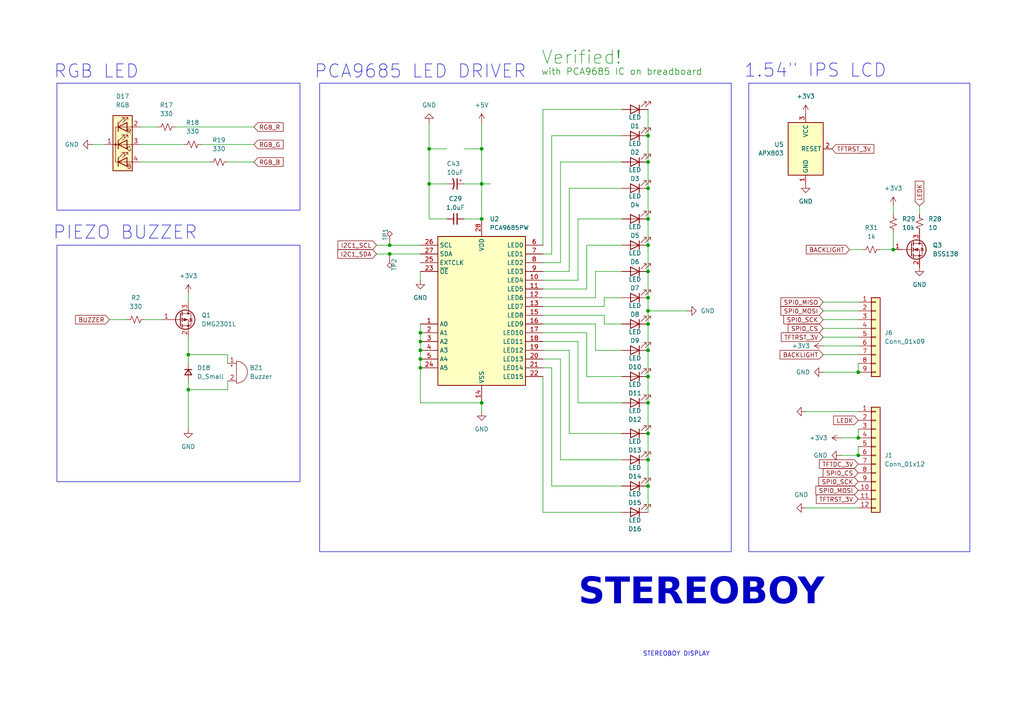
<source format=kicad_sch>
(kicad_sch (version 20250114) (generator "eeschema") (generator_version "9.0")
  (paper "A4")
  (lib_symbols
    (symbol "1.0uF_0805_25V_10%_1" (pin_numbers (hide yes)) (pin_names (offset 0.254))
      (property "Reference" "C" (at 0.635 2.54 0))
      (property "Value" "1.0uF" (at 0.635 -2.54 0))
      (property "Voltage" "25V" (at 0 -6.35 0))
      (property "Tolerance" "10%" (at 0 -8.89 0))
      (symbol "1.0uF_0805_25V_10%_1_0_1"
        (polyline (pts (xy -1.524 0.508) (xy 1.524 0.508)) (stroke (width 0.3048)))
        (polyline (pts (xy -1.524 -0.508) (xy 1.524 -0.508)) (stroke (width 0.3302)))
      )
      (symbol "1.0uF_0805_25V_10%_1_1_1"
        (pin passive line (at 0 2.54 270) (length 2.032) (name "~") (number "1"))
        (pin passive line (at 0 -2.54 90) (length 2.032) (name "~") (number "2"))
      )
    )
    (symbol "Connector:TestPoint_Alt" (pin_numbers (hide yes)) (pin_names (offset 0.762) (hide yes))
      (property "Reference" "TP" (at 0 6.858 0))
      (property "Value" "TestPoint_Alt" (at 0 5.08 0))
      (symbol "TestPoint_Alt_0_1"
        (polyline (pts (xy 0 2.54) (xy -0.762 3.302) (xy 0 4.064) (xy 0.762 3.302) (xy 0 2.54)))
      )
      (symbol "TestPoint_Alt_1_1"
        (pin passive line (at 0 0 90) (length 2.54) (name "1") (number "1"))
      )
    )
    (symbol "Device:Buzzer" (pin_names (offset 0.0254) (hide yes))
      (property "Reference" "BZ" (at 3.81 1.27 0))
      (property "Value" "Buzzer" (at 3.81 -1.27 0))
      (symbol "Buzzer_0_1"
        (polyline (pts (xy -1.651 1.905) (xy -1.143 1.905)))
        (polyline (pts (xy -1.397 2.159) (xy -1.397 1.651)))
        (arc (start 0 3.175) (mid 3.1612 0) (end 0 -3.175))
        (polyline (pts (xy 0 3.175) (xy 0 -3.175)))
      )
      (symbol "Buzzer_1_1"
        (pin passive line (at -2.54 2.54 0) (length 2.54) (name "+") (number "1"))
        (pin passive line (at -2.54 -2.54 0) (length 2.54) (name "-") (number "2"))
      )
    )
    (symbol "Device:D_Small" (pin_numbers (hide yes)) (pin_names (offset 0.254) (hide yes))
      (property "Reference" "D" (at -1.27 2.032 0))
      (property "Value" "D_Small" (at -3.81 -2.032 0))
      (symbol "D_Small_0_1"
        (polyline (pts (xy -0.762 0) (xy 0.762 0)))
        (polyline (pts (xy -0.762 -1.016) (xy -0.762 1.016)) (stroke (width 0.254)))
        (polyline (pts (xy 0.762 -1.016) (xy -0.762 0) (xy 0.762 1.016) (xy 0.762 -1.016)) (stroke (width 0.254)))
      )
      (symbol "D_Small_1_1"
        (pin passive line (at -2.54 0 0) (length 1.778) (name "K") (number "1"))
        (pin passive line (at 2.54 0 180) (length 1.778) (name "A") (number "2"))
      )
    )
    (symbol "Device:LED_KRGB" (pin_names (offset 0) (hide yes))
      (property "Reference" "D" (at 0 9.398 0))
      (property "Value" "LED_KRGB" (at 0 -8.89 0))
      (symbol "LED_KRGB_0_0"
        (text "R" (at 1.905 3.81 0) (effects (font (size 1.27 1.27))))
        (text "G" (at 1.905 -1.27 0) (effects (font (size 1.27 1.27))))
        (text "B" (at 1.905 -6.35 0) (effects (font (size 1.27 1.27))))
      )
      (symbol "LED_KRGB_0_1"
        (circle (center -2.032 0) (radius 0.254) (fill (type outline)))
        (polyline (pts (xy -1.27 6.35) (xy -1.27 3.81)) (stroke (width 0.254)))
        (polyline (pts (xy -1.27 6.35) (xy -1.27 3.81) (xy -1.27 3.81)))
        (polyline (pts (xy -1.27 5.08) (xy 1.27 5.08)))
        (polyline (pts (xy -1.27 5.08) (xy -2.032 5.08) (xy -2.032 -5.08) (xy -1.016 -5.08)))
        (polyline (pts (xy -1.27 1.27) (xy -1.27 -1.27)) (stroke (width 0.254)))
        (polyline (pts (xy -1.27 1.27) (xy -1.27 -1.27) (xy -1.27 -1.27)))
        (polyline (pts (xy -1.27 0) (xy -2.54 0)))
        (polyline (pts (xy -1.27 -3.81) (xy -1.27 -6.35)) (stroke (width 0.254)))
        (polyline (pts (xy -1.27 -5.08) (xy 1.27 -5.08)))
        (polyline (pts (xy -1.016 6.35) (xy 0.508 7.874) (xy -0.254 7.874) (xy 0.508 7.874) (xy 0.508 7.112)))
        (polyline (pts (xy -1.016 1.27) (xy 0.508 2.794) (xy -0.254 2.794) (xy 0.508 2.794) (xy 0.508 2.032)))
        (polyline (pts (xy -1.016 -3.81) (xy 0.508 -2.286) (xy -0.254 -2.286) (xy 0.508 -2.286) (xy 0.508 -3.048)))
        (polyline (pts (xy 0 6.35) (xy 1.524 7.874) (xy 0.762 7.874) (xy 1.524 7.874) (xy 1.524 7.112)))
        (polyline (pts (xy 0 1.27) (xy 1.524 2.794) (xy 0.762 2.794) (xy 1.524 2.794) (xy 1.524 2.032)))
        (polyline (pts (xy 0 -3.81) (xy 1.524 -2.286) (xy 0.762 -2.286) (xy 1.524 -2.286) (xy 1.524 -3.048)))
        (polyline (pts (xy 1.27 6.35) (xy 1.27 3.81) (xy -1.27 5.08) (xy 1.27 6.35)) (stroke (width 0.254)))
        (rectangle (start 1.27 6.35) (end 1.27 6.35))
        (polyline (pts (xy 1.27 5.08) (xy 2.54 5.08)))
        (rectangle (start 1.27 3.81) (end 1.27 6.35))
        (polyline (pts (xy 1.27 1.27) (xy 1.27 -1.27) (xy -1.27 0) (xy 1.27 1.27)) (stroke (width 0.254)))
        (rectangle (start 1.27 1.27) (end 1.27 1.27))
        (polyline (pts (xy 1.27 0) (xy -1.27 0)))
        (polyline (pts (xy 1.27 0) (xy 2.54 0)))
        (rectangle (start 1.27 -1.27) (end 1.27 1.27))
        (polyline (pts (xy 1.27 -3.81) (xy 1.27 -6.35) (xy -1.27 -5.08) (xy 1.27 -3.81)) (stroke (width 0.254)))
        (polyline (pts (xy 1.27 -5.08) (xy 2.54 -5.08)))
        (rectangle (start 2.794 8.382) (end -2.794 -7.62) (stroke (width 0.254)) (fill (type background)))
      )
      (symbol "LED_KRGB_1_1"
        (pin passive line (at -5.08 0 0) (length 2.54) (name "K") (number "1"))
        (pin passive line (at 5.08 5.08 180) (length 2.54) (name "RA") (number "2"))
        (pin passive line (at 5.08 0 180) (length 2.54) (name "GA") (number "3"))
        (pin passive line (at 5.08 -5.08 180) (length 2.54) (name "BA") (number "4"))
      )
    )
    (symbol "Driver_LED:PCA9685PW"
      (property "Reference" "U" (at -12.7 22.225 0))
      (property "Value" "PCA9685PW" (at 1.27 22.225 0))
      (symbol "PCA9685PW_0_1"
        (rectangle (start -12.7 20.32) (end 12.7 -22.86) (stroke (width 0.254)) (fill (type background)))
      )
      (symbol "PCA9685PW_1_1"
        (pin input line (at -17.78 17.78 0) (length 5.08) (name "SCL") (number "26"))
        (pin bidirectional line (at -17.78 15.24 0) (length 5.08) (name "SDA") (number "27"))
        (pin input line (at -17.78 12.7 0) (length 5.08) (name "EXTCLK") (number "25"))
        (pin input line (at -17.78 10.16 0) (length 5.08) (name "~{OE}") (number "23"))
        (pin input line (at -17.78 -5.08 0) (length 5.08) (name "A0") (number "1"))
        (pin input line (at -17.78 -7.62 0) (length 5.08) (name "A1") (number "2"))
        (pin input line (at -17.78 -10.16 0) (length 5.08) (name "A2") (number "3"))
        (pin input line (at -17.78 -12.7 0) (length 5.08) (name "A3") (number "4"))
        (pin input line (at -17.78 -15.24 0) (length 5.08) (name "A4") (number "5"))
        (pin input line (at -17.78 -17.78 0) (length 5.08) (name "A5") (number "24"))
        (pin power_in line (at 0 25.4 270) (length 5.08) (name "VDD") (number "28"))
        (pin power_in line (at 0 -27.94 90) (length 5.08) (name "VSS") (number "14"))
        (pin output line (at 17.78 17.78 180) (length 5.08) (name "LED0") (number "6"))
        (pin output line (at 17.78 15.24 180) (length 5.08) (name "LED1") (number "7"))
        (pin output line (at 17.78 12.7 180) (length 5.08) (name "LED2") (number "8"))
        (pin output line (at 17.78 10.16 180) (length 5.08) (name "LED3") (number "9"))
        (pin output line (at 17.78 7.62 180) (length 5.08) (name "LED4") (number "10"))
        (pin output line (at 17.78 5.08 180) (length 5.08) (name "LED5") (number "11"))
        (pin output line (at 17.78 2.54 180) (length 5.08) (name "LED6") (number "12"))
        (pin output line (at 17.78 0 180) (length 5.08) (name "LED7") (number "13"))
        (pin output line (at 17.78 -2.54 180) (length 5.08) (name "LED8") (number "15"))
        (pin output line (at 17.78 -5.08 180) (length 5.08) (name "LED9") (number "16"))
        (pin output line (at 17.78 -7.62 180) (length 5.08) (name "LED10") (number "17"))
        (pin output line (at 17.78 -10.16 180) (length 5.08) (name "LED11") (number "18"))
        (pin output line (at 17.78 -12.7 180) (length 5.08) (name "LED12") (number "19"))
        (pin output line (at 17.78 -15.24 180) (length 5.08) (name "LED13") (number "20"))
        (pin output line (at 17.78 -17.78 180) (length 5.08) (name "LED14") (number "21"))
        (pin output line (at 17.78 -20.32 180) (length 5.08) (name "LED15") (number "22"))
      )
    )
    (symbol "Power_Supervisor:LM810"
      (property "Reference" "U" (at 2.54 12.7 0))
      (property "Value" "LM810" (at 5.08 10.16 0))
      (symbol "LM810_0_1"
        (rectangle (start 5.08 7.62) (end -5.08 -7.62) (stroke (width 0.254)) (fill (type background)))
      )
      (symbol "LM810_1_1"
        (pin power_in line (at 0 10.16 270) (length 2.54) (name "VCC") (number "3"))
        (pin power_in line (at 0 -10.16 90) (length 2.54) (name "GND") (number "1"))
        (pin output line (at 7.62 0 180) (length 2.54) (name "RESET") (number "2"))
      )
    )
    (symbol "SparkFun-Capacitor:10uF_0603_6.3V_20%_Polar(Tant)" (pin_numbers (hide yes)) (pin_names (offset 0.254) (hide yes))
      (property "Reference" "C" (at 2.54 1.27 0))
      (property "Value" "10uF" (at 2.54 -1.27 0))
      (property "Voltage" "6.3V" (at 0 -7.62 0))
      (property "Tolerance" "20%" (at 0 -10.16 0))
      (symbol "10uF_0603_6.3V_20%_Polar(Tant)_0_1"
        (polyline (pts (xy -1.524 0.508) (xy 1.524 0.508)) (stroke (width 0.3048)))
        (polyline (pts (xy -1.27 1.524) (xy -0.762 1.524)))
        (polyline (pts (xy -1.016 1.27) (xy -1.016 1.778)))
        (arc (start -1.524 -0.762) (mid 0 -0.3734) (end 1.524 -0.762) (stroke (width 0.3048)))
      )
      (symbol "10uF_0603_6.3V_20%_Polar(Tant)_1_1"
        (pin passive line (at 0 2.54 270) (length 2.032) (name "~") (number "1"))
        (pin passive line (at 0 -2.54 90) (length 2.032) (name "~") (number "2"))
      )
    )
    (symbol "SparkFun-Connector:Conn_01x09_P2.54mm" (pin_names (offset 1.016) (hide yes))
      (property "Reference" "J" (at 0 12.7 0))
      (property "Value" "Conn_01x09" (at 0 -12.7 0))
      (symbol "Conn_01x09_P2.54mm_1_1"
        (rectangle (start -1.27 11.43) (end 1.27 -11.43) (stroke (width 0.254)) (fill (type background)))
        (rectangle (start -1.27 10.287) (end 0 10.033) (stroke (width 0.1524)))
        (rectangle (start -1.27 7.747) (end 0 7.493) (stroke (width 0.1524)))
        (rectangle (start -1.27 5.207) (end 0 4.953) (stroke (width 0.1524)))
        (rectangle (start -1.27 2.667) (end 0 2.413) (stroke (width 0.1524)))
        (rectangle (start -1.27 0.127) (end 0 -0.127) (stroke (width 0.1524)))
        (rectangle (start -1.27 -2.413) (end 0 -2.667) (stroke (width 0.1524)))
        (rectangle (start -1.27 -4.953) (end 0 -5.207) (stroke (width 0.1524)))
        (rectangle (start -1.27 -7.493) (end 0 -7.747) (stroke (width 0.1524)))
        (rectangle (start -1.27 -10.033) (end 0 -10.287) (stroke (width 0.1524)))
        (pin passive line (at -5.08 10.16 0) (length 3.81) (name "Pin_1") (number "1"))
        (pin passive line (at -5.08 7.62 0) (length 3.81) (name "Pin_2") (number "2"))
        (pin passive line (at -5.08 5.08 0) (length 3.81) (name "Pin_3") (number "3"))
        (pin passive line (at -5.08 2.54 0) (length 3.81) (name "Pin_4") (number "4"))
        (pin passive line (at -5.08 0 0) (length 3.81) (name "Pin_5") (number "5"))
        (pin passive line (at -5.08 -2.54 0) (length 3.81) (name "Pin_6") (number "6"))
        (pin passive line (at -5.08 -5.08 0) (length 3.81) (name "Pin_7") (number "7"))
        (pin passive line (at -5.08 -7.62 0) (length 3.81) (name "Pin_8") (number "8"))
        (pin passive line (at -5.08 -10.16 0) (length 3.81) (name "Pin_9") (number "9"))
      )
    )
    (symbol "SparkFun-Connector:Conn_01x12_P2.54mm" (pin_names (offset 1.016) (hide yes))
      (property "Reference" "J" (at 0 15.24 0))
      (property "Value" "Conn_01x12" (at 0 -17.78 0))
      (symbol "Conn_01x12_P2.54mm_1_1"
        (rectangle (start -1.27 13.97) (end 1.27 -16.51) (stroke (width 0.254)) (fill (type background)))
        (rectangle (start -1.27 12.827) (end 0 12.573) (stroke (width 0.1524)))
        (rectangle (start -1.27 10.287) (end 0 10.033) (stroke (width 0.1524)))
        (rectangle (start -1.27 7.747) (end 0 7.493) (stroke (width 0.1524)))
        (rectangle (start -1.27 5.207) (end 0 4.953) (stroke (width 0.1524)))
        (rectangle (start -1.27 2.667) (end 0 2.413) (stroke (width 0.1524)))
        (rectangle (start -1.27 0.127) (end 0 -0.127) (stroke (width 0.1524)))
        (rectangle (start -1.27 -2.413) (end 0 -2.667) (stroke (width 0.1524)))
        (rectangle (start -1.27 -4.953) (end 0 -5.207) (stroke (width 0.1524)))
        (rectangle (start -1.27 -7.493) (end 0 -7.747) (stroke (width 0.1524)))
        (rectangle (start -1.27 -10.033) (end 0 -10.287) (stroke (width 0.1524)))
        (rectangle (start -1.27 -12.573) (end 0 -12.827) (stroke (width 0.1524)))
        (rectangle (start -1.27 -15.113) (end 0 -15.367) (stroke (width 0.1524)))
        (pin passive line (at -5.08 12.7 0) (length 3.81) (name "Pin_1") (number "1"))
        (pin passive line (at -5.08 10.16 0) (length 3.81) (name "Pin_2") (number "2"))
        (pin passive line (at -5.08 7.62 0) (length 3.81) (name "Pin_3") (number "3"))
        (pin passive line (at -5.08 5.08 0) (length 3.81) (name "Pin_4") (number "4"))
        (pin passive line (at -5.08 2.54 0) (length 3.81) (name "Pin_5") (number "5"))
        (pin passive line (at -5.08 0 0) (length 3.81) (name "Pin_6") (number "6"))
        (pin passive line (at -5.08 -2.54 0) (length 3.81) (name "Pin_7") (number "7"))
        (pin passive line (at -5.08 -5.08 0) (length 3.81) (name "Pin_8") (number "8"))
        (pin passive line (at -5.08 -7.62 0) (length 3.81) (name "Pin_9") (number "9"))
        (pin passive line (at -5.08 -10.16 0) (length 3.81) (name "Pin_10") (number "10"))
        (pin passive line (at -5.08 -12.7 0) (length 3.81) (name "Pin_11") (number "11"))
        (pin passive line (at -5.08 -15.24 0) (length 3.81) (name "Pin_12") (number "12"))
      )
    )
    (symbol "SparkFun-LED:LED" (pin_numbers (hide yes)) (pin_names (offset 1.016) (hide yes))
      (property "Reference" "D" (at 0 2.54 0))
      (property "Value" "LED" (at 0 -2.54 0))
      (symbol "LED_0_1"
        (polyline (pts (xy -3.048 -0.762) (xy -4.572 -2.286) (xy -3.81 -2.286) (xy -4.572 -2.286) (xy -4.572 -1.524)))
        (polyline (pts (xy -1.778 -0.762) (xy -3.302 -2.286) (xy -2.54 -2.286) (xy -3.302 -2.286) (xy -3.302 -1.524)))
        (polyline (pts (xy -1.27 0) (xy 1.27 0)))
        (polyline (pts (xy -1.27 -1.27) (xy -1.27 1.27)) (stroke (width 0.254)))
        (polyline (pts (xy 1.27 -1.27) (xy 1.27 1.27) (xy -1.27 0) (xy 1.27 -1.27)) (stroke (width 0.254)))
      )
      (symbol "LED_1_1"
        (pin passive line (at -3.81 0 0) (length 2.54) (name "K") (number "1"))
        (pin passive line (at 3.81 0 180) (length 2.54) (name "A") (number "2"))
      )
    )
    (symbol "SparkFun-Resistor:1k_0603" (pin_numbers (hide yes)) (pin_names (offset 0))
      (property "Reference" "R" (at 0 -2.54 0))
      (property "Value" "1k" (at 0 2.54 0))
      (symbol "1k_0603_0_1"
        (polyline (pts (xy -1.524 0) (xy -1.143 1.016) (xy -0.762 0) (xy -0.381 -1.016) (xy 0 0)))
        (polyline (pts (xy 0 0) (xy 0.381 1.016) (xy 0.762 0) (xy 1.143 -1.016) (xy 1.524 0)))
      )
      (symbol "1k_0603_1_1"
        (pin passive line (at -2.54 0 0) (length 1.016) (name "~") (number "1"))
        (pin passive line (at 2.54 0 180) (length 1.016) (name "~") (number "2"))
      )
    )
    (symbol "SparkFun-Resistor:330_0603" (pin_numbers (hide yes)) (pin_names (offset 0))
      (property "Reference" "R" (at 0 -2.54 0))
      (property "Value" "330" (at 0 2.54 0))
      (symbol "330_0603_0_1"
        (polyline (pts (xy -1.524 0) (xy -1.143 1.016) (xy -0.762 0) (xy -0.381 -1.016) (xy 0 0)))
        (polyline (pts (xy 0 0) (xy 0.381 1.016) (xy 0.762 0) (xy 1.143 -1.016) (xy 1.524 0)))
      )
      (symbol "330_0603_1_1"
        (pin passive line (at -2.54 0 0) (length 1.016) (name "~") (number "1"))
        (pin passive line (at 2.54 0 180) (length 1.016) (name "~") (number "2"))
      )
    )
    (symbol "Transistor_FET:BSS138" (pin_names (offset 0) (hide yes))
      (property "Reference" "Q" (at 5.08 1.905 0))
      (property "Value" "BSS138" (at 5.08 0 0))
      (symbol "BSS138_0_1"
        (polyline (pts (xy 0.254 1.905) (xy 0.254 -1.905)) (stroke (width 0.254)))
        (polyline (pts (xy 0.254 0) (xy -2.54 0)))
        (polyline (pts (xy 0.762 2.286) (xy 0.762 1.27)) (stroke (width 0.254)))
        (polyline (pts (xy 0.762 0.508) (xy 0.762 -0.508)) (stroke (width 0.254)))
        (polyline (pts (xy 0.762 -1.27) (xy 0.762 -2.286)) (stroke (width 0.254)))
        (polyline (pts (xy 0.762 -1.778) (xy 3.302 -1.778) (xy 3.302 1.778) (xy 0.762 1.778)))
        (polyline (pts (xy 1.016 0) (xy 2.032 0.381) (xy 2.032 -0.381) (xy 1.016 0)) (fill (type outline)))
        (circle (center 1.651 0) (radius 2.794) (stroke (width 0.254)))
        (polyline (pts (xy 2.54 2.54) (xy 2.54 1.778)))
        (circle (center 2.54 1.778) (radius 0.254) (fill (type outline)))
        (circle (center 2.54 -1.778) (radius 0.254) (fill (type outline)))
        (polyline (pts (xy 2.54 -2.54) (xy 2.54 0) (xy 0.762 0)))
        (polyline (pts (xy 2.921 0.381) (xy 3.683 0.381)))
        (polyline (pts (xy 3.302 0.381) (xy 2.921 -0.254) (xy 3.683 -0.254) (xy 3.302 0.381)))
      )
      (symbol "BSS138_1_1"
        (pin input line (at -5.08 0 0) (length 2.54) (name "G") (number "1"))
        (pin passive line (at 2.54 5.08 270) (length 2.54) (name "D") (number "3"))
        (pin passive line (at 2.54 -5.08 90) (length 2.54) (name "S") (number "2"))
      )
    )
    (symbol "Transistor_FET:DMG2301L" (pin_names (hide yes))
      (property "Reference" "Q" (at 5.08 1.905 0))
      (property "Value" "DMG2301L" (at 5.08 0 0))
      (symbol "DMG2301L_0_1"
        (polyline (pts (xy 0.254 1.905) (xy 0.254 -1.905)) (stroke (width 0.254)))
        (polyline (pts (xy 0.254 0) (xy -2.54 0)))
        (polyline (pts (xy 0.762 2.286) (xy 0.762 1.27)) (stroke (width 0.254)))
        (polyline (pts (xy 0.762 1.778) (xy 3.302 1.778) (xy 3.302 -1.778) (xy 0.762 -1.778)))
        (polyline (pts (xy 0.762 0.508) (xy 0.762 -0.508)) (stroke (width 0.254)))
        (polyline (pts (xy 0.762 -1.27) (xy 0.762 -2.286)) (stroke (width 0.254)))
        (circle (center 1.651 0) (radius 2.794) (stroke (width 0.254)))
        (polyline (pts (xy 2.286 0) (xy 1.27 0.381) (xy 1.27 -0.381) (xy 2.286 0)) (fill (type outline)))
        (polyline (pts (xy 2.54 2.54) (xy 2.54 1.778)))
        (circle (center 2.54 1.778) (radius 0.254) (fill (type outline)))
        (circle (center 2.54 -1.778) (radius 0.254) (fill (type outline)))
        (polyline (pts (xy 2.54 -2.54) (xy 2.54 0) (xy 0.762 0)))
        (polyline (pts (xy 2.794 -0.508) (xy 2.921 -0.381) (xy 3.683 -0.381) (xy 3.81 -0.254)))
        (polyline (pts (xy 3.302 -0.381) (xy 2.921 0.254) (xy 3.683 0.254) (xy 3.302 -0.381)))
      )
      (symbol "DMG2301L_1_1"
        (pin input line (at -5.08 0 0) (length 2.54) (name "G") (number "1"))
        (pin passive line (at 2.54 5.08 270) (length 2.54) (name "D") (number "3"))
        (pin passive line (at 2.54 -5.08 90) (length 2.54) (name "S") (number "2"))
      )
    )
    (symbol "power:+3V3" (power) (pin_numbers (hide yes)) (pin_names (offset 0) (hide yes))
      (property "Value" "+3V3" (at 0 3.556 0))
      (symbol "+3V3_0_1"
        (polyline (pts (xy -0.762 1.27) (xy 0 2.54)))
        (polyline (pts (xy 0 2.54) (xy 0.762 1.27)))
        (polyline (pts (xy 0 0) (xy 0 2.54)))
      )
      (symbol "+3V3_1_1"
        (pin power_in line (at 0 0 90) (length 0) (name "~") (number "1"))
      )
    )
    (symbol "power:+5V" (power) (pin_numbers (hide yes)) (pin_names (offset 0) (hide yes))
      (property "Value" "+5V" (at 0 3.556 0))
      (symbol "+5V_0_1"
        (polyline (pts (xy -0.762 1.27) (xy 0 2.54)))
        (polyline (pts (xy 0 2.54) (xy 0.762 1.27)))
        (polyline (pts (xy 0 0) (xy 0 2.54)))
      )
      (symbol "+5V_1_1"
        (pin power_in line (at 0 0 90) (length 0) (name "~") (number "1"))
      )
    )
    (symbol "power:GND" (power) (pin_numbers (hide yes)) (pin_names (offset 0) (hide yes))
      (property "Value" "GND" (at 0 -3.81 0))
      (symbol "GND_0_1"
        (polyline (pts (xy 0 0) (xy 0 -1.27) (xy 1.27 -1.27) (xy 0 -2.54) (xy -1.27 -1.27) (xy 0 -1.27)))
      )
      (symbol "GND_1_1"
        (pin power_in line (at 0 0 270) (length 0) (name "~") (number "1"))
      )
    )
  )
  (rectangle (start 16.51 71.12) (end 86.995 139.7))
  (rectangle (start 92.71 24.13) (end 212.09 160.02))
  (rectangle (start 217.17 24.13) (end 281.305 160.02))
  (rectangle (start 16.51 24.13) (end 86.995 60.96))
  (text "1.54\" IPS LCD" (at 236.474 20.574 0) (effects (font (size 3.81 3.81))))
  (text "STEREOBOY" (at 203.454 173.99 0) (effects (font (size 7.62 7.62) (italic yes))))
  (text "with PCA9685 IC on breadboard" (at 156.972 22.098 0) (effects (font (size 1.905 1.905)) (justify left bottom)))
  (text "PIEZO BUZZER" (at 36.322 67.564 0) (effects (font (size 3.81 3.81))))
  (text "STEREOBOY DISPLAY" (at 186.436 189.738 0) (effects (font (size 1.27 1.27)) (justify left)))
  (text "RGB LED" (at 27.94 20.828 0) (effects (font (size 3.81 3.81))))
  (text "Verified!" (at 156.972 19.05 0) (effects (font (size 3.81 3.81)) (justify left bottom)))
  (text "PCA9685 LED DRIVER" (at 121.92 20.828 0) (effects (font (size 3.81 3.81))))
  (junction (at 187.96 90.17))
  (junction (at 113.03 73.66))
  (junction (at 121.92 104.14))
  (junction (at 121.92 106.68))
  (junction (at 259.08 72.39))
  (junction (at 121.92 96.52))
  (junction (at 139.7 63.5))
  (junction (at 248.92 107.95))
  (junction (at 187.96 101.6))
  (junction (at 187.96 63.5))
  (junction (at 187.96 133.35))
  (junction (at 54.61 102.87))
  (junction (at 187.96 54.61))
  (junction (at 54.61 113.03))
  (junction (at 187.96 46.99))
  (junction (at 121.92 99.06))
  (junction (at 187.96 86.36))
  (junction (at 187.96 78.74))
  (junction (at 187.96 116.84))
  (junction (at 248.92 127))
  (junction (at 124.46 43.18))
  (junction (at 187.96 125.73))
  (junction (at 248.92 132.08))
  (junction (at 187.96 93.98))
  (junction (at 121.92 101.6))
  (junction (at 124.46 53.34))
  (junction (at 139.7 43.18))
  (junction (at 187.96 140.97))
  (junction (at 187.96 109.22))
  (junction (at 139.7 116.84))
  (junction (at 113.03 71.12))
  (junction (at 187.96 39.37))
  (junction (at 187.96 71.12))
  (junction (at 139.7 53.34))
  (wire (pts (xy 157.48 76.2) (xy 162.56 76.2)))
  (wire (pts (xy 121.92 101.6) (xy 121.92 104.14)))
  (wire (pts (xy 66.04 46.99) (xy 73.66 46.99)))
  (wire (pts (xy 26.67 41.91) (xy 30.48 41.91)))
  (wire (pts (xy 172.72 86.36) (xy 172.72 78.74)))
  (wire (pts (xy 124.46 53.34) (xy 129.54 53.34)))
  (wire (pts (xy 248.92 105.41) (xy 248.92 107.95)))
  (wire (pts (xy 121.92 81.28) (xy 121.92 78.74)))
  (wire (pts (xy 255.27 72.39) (xy 259.08 72.39)))
  (wire (pts (xy 170.18 71.12) (xy 180.34 71.12)))
  (wire (pts (xy 41.91 92.71) (xy 46.99 92.71)))
  (wire (pts (xy 175.26 91.44) (xy 175.26 93.98)))
  (wire (pts (xy 187.96 125.73) (xy 187.96 133.35)))
  (wire (pts (xy 187.96 46.99) (xy 187.96 54.61)))
  (wire (pts (xy 199.39 90.17) (xy 187.96 90.17)))
  (wire (pts (xy 266.7 59.69) (xy 266.7 62.23)))
  (wire (pts (xy 167.64 99.06) (xy 167.64 116.84)))
  (wire (pts (xy 157.48 88.9) (xy 175.26 88.9)))
  (wire (pts (xy 172.72 101.6) (xy 180.34 101.6)))
  (wire (pts (xy 170.18 96.52) (xy 170.18 109.22)))
  (wire (pts (xy 157.48 91.44) (xy 175.26 91.44)))
  (wire (pts (xy 121.92 116.84) (xy 139.7 116.84)))
  (wire (pts (xy 157.48 106.68) (xy 160.02 106.68)))
  (wire (pts (xy 54.61 110.49) (xy 54.61 113.03)))
  (wire (pts (xy 187.96 90.17) (xy 187.96 93.98)))
  (wire (pts (xy 157.48 93.98) (xy 172.72 93.98)))
  (wire (pts (xy 157.48 96.52) (xy 170.18 96.52)))
  (wire (pts (xy 248.92 90.17) (xy 238.76 90.17)))
  (wire (pts (xy 157.48 104.14) (xy 162.56 104.14)))
  (wire (pts (xy 165.1 125.73) (xy 180.34 125.73)))
  (wire (pts (xy 187.96 140.97) (xy 187.96 148.59)))
  (wire (pts (xy 54.61 124.46) (xy 54.61 113.03)))
  (wire (pts (xy 139.7 119.38) (xy 139.7 116.84)))
  (wire (pts (xy 172.72 78.74) (xy 180.34 78.74)))
  (wire (pts (xy 157.48 99.06) (xy 167.64 99.06)))
  (wire (pts (xy 187.96 31.75) (xy 187.96 39.37)))
  (wire (pts (xy 109.22 73.66) (xy 113.03 73.66)))
  (wire (pts (xy 40.64 46.99) (xy 60.96 46.99)))
  (wire (pts (xy 157.48 83.82) (xy 170.18 83.82)))
  (wire (pts (xy 167.64 116.84) (xy 180.34 116.84)))
  (wire (pts (xy 134.62 53.34) (xy 139.7 53.34)))
  (wire (pts (xy 187.96 54.61) (xy 187.96 63.5)))
  (wire (pts (xy 162.56 104.14) (xy 162.56 133.35)))
  (wire (pts (xy 113.03 73.66) (xy 121.92 73.66)))
  (wire (pts (xy 170.18 83.82) (xy 170.18 71.12)))
  (wire (pts (xy 259.08 67.31) (xy 259.08 72.39)))
  (wire (pts (xy 233.68 119.38) (xy 248.92 119.38)))
  (wire (pts (xy 175.26 88.9) (xy 175.26 86.36)))
  (wire (pts (xy 40.64 41.91) (xy 53.34 41.91)))
  (wire (pts (xy 248.92 100.33) (xy 238.76 100.33)))
  (wire (pts (xy 238.76 102.87) (xy 248.92 102.87)))
  (wire (pts (xy 187.96 63.5) (xy 187.96 71.12)))
  (wire (pts (xy 250.19 72.39) (xy 246.38 72.39)))
  (wire (pts (xy 248.92 129.54) (xy 248.92 132.08)))
  (wire (pts (xy 66.04 110.49) (xy 66.04 113.03)))
  (wire (pts (xy 109.22 71.12) (xy 113.03 71.12)))
  (wire (pts (xy 187.96 116.84) (xy 187.96 125.73)))
  (wire (pts (xy 233.68 147.32) (xy 248.92 147.32)))
  (wire (pts (xy 157.48 78.74) (xy 165.1 78.74)))
  (wire (pts (xy 187.96 39.37) (xy 187.96 46.99)))
  (wire (pts (xy 243.84 127) (xy 248.92 127)))
  (wire (pts (xy 187.96 133.35) (xy 187.96 140.97)))
  (wire (pts (xy 40.64 36.83) (xy 45.72 36.83)))
  (wire (pts (xy 139.7 53.34) (xy 139.7 63.5)))
  (wire (pts (xy 160.02 140.97) (xy 180.34 140.97)))
  (wire (pts (xy 124.46 53.34) (xy 124.46 63.5)))
  (wire (pts (xy 157.48 71.12) (xy 157.48 31.75)))
  (wire (pts (xy 142.24 53.34) (xy 139.7 53.34)))
  (wire (pts (xy 54.61 85.09) (xy 54.61 87.63)))
  (wire (pts (xy 187.96 101.6) (xy 187.96 109.22)))
  (wire (pts (xy 139.7 43.18) (xy 139.7 53.34)))
  (wire (pts (xy 54.61 105.41) (xy 54.61 102.87)))
  (wire (pts (xy 162.56 46.99) (xy 180.34 46.99)))
  (wire (pts (xy 157.48 73.66) (xy 160.02 73.66)))
  (wire (pts (xy 248.92 97.79) (xy 238.76 97.79)))
  (wire (pts (xy 124.46 63.5) (xy 129.54 63.5)))
  (wire (pts (xy 160.02 39.37) (xy 180.34 39.37)))
  (wire (pts (xy 124.46 43.18) (xy 129.54 43.18)))
  (wire (pts (xy 172.72 93.98) (xy 172.72 101.6)))
  (wire (pts (xy 54.61 102.87) (xy 54.61 97.79)))
  (wire (pts (xy 113.03 71.12) (xy 121.92 71.12)))
  (wire (pts (xy 170.18 109.22) (xy 180.34 109.22)))
  (wire (pts (xy 31.75 92.71) (xy 36.83 92.71)))
  (wire (pts (xy 121.92 106.68) (xy 121.92 116.84)))
  (wire (pts (xy 157.48 109.22) (xy 157.48 148.59)))
  (wire (pts (xy 248.92 92.71) (xy 238.76 92.71)))
  (wire (pts (xy 187.96 109.22) (xy 187.96 116.84)))
  (wire (pts (xy 165.1 78.74) (xy 165.1 54.61)))
  (wire (pts (xy 259.08 59.69) (xy 259.08 62.23)))
  (wire (pts (xy 124.46 43.18) (xy 124.46 53.34)))
  (wire (pts (xy 121.92 104.14) (xy 121.92 106.68)))
  (wire (pts (xy 165.1 54.61) (xy 180.34 54.61)))
  (wire (pts (xy 50.8 36.83) (xy 73.66 36.83)))
  (wire (pts (xy 248.92 95.25) (xy 238.76 95.25)))
  (wire (pts (xy 167.64 81.28) (xy 167.64 63.5)))
  (wire (pts (xy 160.02 106.68) (xy 160.02 140.97)))
  (wire (pts (xy 157.48 86.36) (xy 172.72 86.36)))
  (wire (pts (xy 243.84 132.08) (xy 248.92 132.08)))
  (wire (pts (xy 187.96 78.74) (xy 187.96 86.36)))
  (wire (pts (xy 175.26 93.98) (xy 180.34 93.98)))
  (wire (pts (xy 58.42 41.91) (xy 73.66 41.91)))
  (wire (pts (xy 157.48 81.28) (xy 167.64 81.28)))
  (wire (pts (xy 54.61 113.03) (xy 66.04 113.03)))
  (wire (pts (xy 121.92 93.98) (xy 121.92 96.52)))
  (wire (pts (xy 157.48 31.75) (xy 180.34 31.75)))
  (wire (pts (xy 187.96 93.98) (xy 187.96 101.6)))
  (wire (pts (xy 134.62 63.5) (xy 139.7 63.5)))
  (wire (pts (xy 167.64 63.5) (xy 180.34 63.5)))
  (wire (pts (xy 157.48 101.6) (xy 165.1 101.6)))
  (wire (pts (xy 187.96 71.12) (xy 187.96 78.74)))
  (wire (pts (xy 187.96 90.17) (xy 187.96 86.36)))
  (wire (pts (xy 165.1 101.6) (xy 165.1 125.73)))
  (wire (pts (xy 238.76 107.95) (xy 248.92 107.95)))
  (wire (pts (xy 124.46 35.56) (xy 124.46 43.18)))
  (wire (pts (xy 121.92 99.06) (xy 121.92 101.6)))
  (wire (pts (xy 54.61 102.87) (xy 66.04 102.87)))
  (wire (pts (xy 248.92 124.46) (xy 248.92 127)))
  (wire (pts (xy 157.48 148.59) (xy 180.34 148.59)))
  (wire (pts (xy 238.76 87.63) (xy 248.92 87.63)))
  (wire (pts (xy 175.26 86.36) (xy 180.34 86.36)))
  (wire (pts (xy 162.56 133.35) (xy 180.34 133.35)))
  (wire (pts (xy 121.92 96.52) (xy 121.92 99.06)))
  (wire (pts (xy 66.04 102.87) (xy 66.04 105.41)))
  (wire (pts (xy 162.56 76.2) (xy 162.56 46.99)))
  (wire (pts (xy 139.7 35.56) (xy 139.7 43.18)))
  (wire (pts (xy 134.62 43.18) (xy 139.7 43.18)))
  (wire (pts (xy 160.02 73.66) (xy 160.02 39.37)))
  (global_label "I2C1_SDA" (shape input) (at 109.22 73.66 180) (property "Intersheetrefs" "${INTERSHEET_REFS}" (effects (hide yes))))
  (global_label "I2C1_SCL" (shape input) (at 109.22 71.12 180) (property "Intersheetrefs" "${INTERSHEET_REFS}" (effects (hide yes))))
  (global_label "RGB_R" (shape input) (at 73.66 36.83 0) (property "Intersheetrefs" "${INTERSHEET_REFS}" (effects (hide yes))))
  (global_label "BUZZER" (shape input) (at 31.75 92.71 180) (property "Intersheetrefs" "${INTERSHEET_REFS}" (effects (hide yes))))
  (global_label "TFTRST_3V" (shape input) (at 248.92 144.78 180) (property "Intersheetrefs" "${INTERSHEET_REFS}" (effects (hide yes))))
  (global_label "SPI0_SCK" (shape input) (at 238.76 92.71 180) (property "Intersheetrefs" "${INTERSHEET_REFS}" (effects (hide yes))))
  (global_label "SPI0_SCK" (shape input) (at 248.92 139.7 180) (property "Intersheetrefs" "${INTERSHEET_REFS}" (effects (hide yes))))
  (global_label "TFTRST_3V" (shape input) (at 241.3 43.18 0) (property "Intersheetrefs" "${INTERSHEET_REFS}" (effects (hide yes))))
  (global_label "SPI0_MISO" (shape input) (at 238.76 87.63 180) (property "Intersheetrefs" "${INTERSHEET_REFS}" (effects (hide yes))))
  (global_label "LEDK" (shape input) (at 266.7 59.69 90) (property "Intersheetrefs" "${INTERSHEET_REFS}" (effects (hide yes))))
  (global_label "SPI0_CS" (shape input) (at 238.76 95.25 180) (property "Intersheetrefs" "${INTERSHEET_REFS}" (effects (hide yes))))
  (global_label "SPI0_MOSI" (shape input) (at 248.92 142.24 180) (property "Intersheetrefs" "${INTERSHEET_REFS}" (effects (hide yes))))
  (global_label "RGB_G" (shape input) (at 73.66 41.91 0) (property "Intersheetrefs" "${INTERSHEET_REFS}" (effects (hide yes))))
  (global_label "TFTRST_3V" (shape input) (at 238.76 97.79 180) (property "Intersheetrefs" "${INTERSHEET_REFS}" (effects (hide yes))))
  (global_label "SPI0_CS" (shape input) (at 248.92 137.16 180) (property "Intersheetrefs" "${INTERSHEET_REFS}" (effects (hide yes))))
  (global_label "SPI0_MOSI" (shape input) (at 238.76 90.17 180) (property "Intersheetrefs" "${INTERSHEET_REFS}" (effects (hide yes))))
  (global_label "LEDK" (shape input) (at 248.92 121.92 180) (property "Intersheetrefs" "${INTERSHEET_REFS}" (effects (hide yes))))
  (global_label "RGB_B" (shape input) (at 73.66 46.99 0) (property "Intersheetrefs" "${INTERSHEET_REFS}" (effects (hide yes))))
  (global_label "BACKLIGHT" (shape input) (at 246.38 72.39 180) (property "Intersheetrefs" "${INTERSHEET_REFS}" (effects (hide yes))))
  (global_label "TFTDC_3V" (shape input) (at 248.92 134.62 180) (property "Intersheetrefs" "${INTERSHEET_REFS}" (effects (hide yes))))
  (global_label "BACKLIGHT" (shape input) (at 238.76 102.87 180) (property "Intersheetrefs" "${INTERSHEET_REFS}" (effects (hide yes))))
  (symbol (lib_id "Transistor_FET:BSS138") (at 264.16 72.39 0) (unit 1)
    (property "Reference" "Q3" (at 270.51 71.1199 0) (effects (justify left)))
    (property "Value" "BSS138" (at 270.51 73.6599 0) (effects (justify left)))
    (property "Footprint" "Package_TO_SOT_SMD:SOT-23" (effects (hide yes)))
    (property "Datasheet" "https://www.onsemi.com/pub/Collateral/BSS138-D.PDF" (effects (hide yes)))
    (property "Description" "50V Vds, 0.22A Id, N-Channel MOSFET, SOT-23" (effects (hide yes)))
  )
  (symbol (lib_id "SparkFun-LED:LED") (at 184.15 101.6 180) (unit 1)
    (property "Reference" "D10" (at 184.15 106.426 0))
    (property "Value" "LED" (at 184.15 103.886 0))
    (property "Footprint" "LED_THT:LED_D3.0mm" (effects (hide yes)))
    (property "Description" "Light emitting diode" (effects (hide yes)))
    (property "PROD_ID" "LED-" (effects (hide yes)))
  )
  (symbol (lib_id "power:GND") (at 233.68 53.34 0) (unit 1)
    (property "Reference" "#PWR095" (effects (hide yes)))
    (property "Value" "GND" (at 233.68 58.42 0))
    (property "Description" "Power symbol creates a global label with name \"GND\" , ground" (effects (hide yes)))
  )
  (symbol (lib_id "Device:LED_KRGB") (at 35.56 41.91 0) (unit 1)
    (property "Reference" "D17" (at 35.56 27.94 0))
    (property "Value" "RGB" (at 35.56 30.48 0))
    (property "Footprint" "LED_SMD:LED_WS2812B-Mini_PLCC4_3.5x3.5mm" (effects (hide yes)))
    (property "Description" "RGB LED, cathode/red/green/blue" (effects (hide yes)))
  )
  (symbol (lib_id "SparkFun-Resistor:330_0603") (at 55.88 41.91 0) (unit 1)
    (property "Reference" "R18" (at 55.88 35.56 0))
    (property "Value" "330" (at 55.88 38.1 0))
    (property "Footprint" "SparkFun-Resistor:R_0603_1608Metric" (effects (hide yes)))
    (property "Datasheet" "https://www.vishay.com/docs/20035/dcrcwe3.pdf" (effects (hide yes)))
    (property "Description" "Resistor" (effects (hide yes)))
    (property "PROD_ID" "RES-00818" (effects (hide yes)))
  )
  (symbol (lib_id "SparkFun-Resistor:1k_0603") (at 259.08 64.77 90) (unit 1)
    (property "Reference" "R29" (at 261.62 63.4999 90) (effects (justify right)))
    (property "Value" "10k" (at 261.62 66.0399 90) (effects (justify right)))
    (property "Footprint" "SparkFun-Resistor:R_0603_1608Metric" (effects (hide yes)))
    (property "Datasheet" "https://www.vishay.com/docs/20035/dcrcwe3.pdf" (effects (hide yes)))
    (property "Description" "Resistor" (effects (hide yes)))
    (property "PROD_ID" "RES-07856" (effects (hide yes)))
  )
  (symbol (lib_id "SparkFun-LED:LED") (at 184.15 133.35 180) (unit 1)
    (property "Reference" "D14" (at 184.15 138.176 0))
    (property "Value" "LED" (at 184.15 135.636 0))
    (property "Footprint" "LED_THT:LED_D3.0mm" (effects (hide yes)))
    (property "Description" "Light emitting diode" (effects (hide yes)))
    (property "PROD_ID" "LED-" (effects (hide yes)))
  )
  (symbol (lib_id "SparkFun-LED:LED") (at 184.15 54.61 180) (unit 1)
    (property "Reference" "D4" (at 184.15 59.436 0))
    (property "Value" "LED" (at 184.15 56.896 0))
    (property "Footprint" "LED_THT:LED_D3.0mm" (effects (hide yes)))
    (property "Description" "Light emitting diode" (effects (hide yes)))
    (property "PROD_ID" "LED-" (effects (hide yes)))
  )
  (symbol (lib_id "SparkFun-Resistor:330_0603") (at 63.5 46.99 0) (unit 1)
    (property "Reference" "R19" (at 63.5 40.64 0))
    (property "Value" "330" (at 63.5 43.18 0))
    (property "Footprint" "SparkFun-Resistor:R_0603_1608Metric" (effects (hide yes)))
    (property "Datasheet" "https://www.vishay.com/docs/20035/dcrcwe3.pdf" (effects (hide yes)))
    (property "Description" "Resistor" (effects (hide yes)))
    (property "PROD_ID" "RES-00818" (effects (hide yes)))
  )
  (symbol (lib_id "Connector:TestPoint_Alt") (at 113.03 71.12 0) (unit 1)
    (property "Reference" "TP1" (at 111.76 69.85 90) (effects (justify left)))
    (property "Value" "TestPoint_Alt" (effects (hide yes)))
    (property "Footprint" "TestPoint:TestPoint_Pad_D1.0mm" (effects (hide yes)))
    (property "Description" "test point (alternative shape)" (effects (hide yes)))
  )
  (symbol (lib_id "SparkFun-Connector:Conn_01x12_P2.54mm") (at 254 132.08 0) (unit 1)
    (property "Reference" "J1" (at 256.54 132.08 0) (effects (justify left)))
    (property "Value" "Conn_01x12" (at 256.54 134.62 0) (effects (justify left)))
    (property "Footprint" "1.54_IPS_LCD_Adafruit:1.54_IPS_FPC_Solder" (effects (hide yes)))
    (property "Description" "Basic 0.1\" PTH" (effects (hide yes)))
  )
  (symbol (lib_id "SparkFun-LED:LED") (at 184.15 63.5 180) (unit 1)
    (property "Reference" "D5" (at 184.15 68.326 0))
    (property "Value" "LED" (at 184.15 65.786 0))
    (property "Footprint" "LED_THT:LED_D3.0mm" (effects (hide yes)))
    (property "Description" "Light emitting diode" (effects (hide yes)))
    (property "PROD_ID" "LED-" (effects (hide yes)))
  )
  (symbol (lib_id "SparkFun-Resistor:330_0603") (at 48.26 36.83 0) (unit 1)
    (property "Reference" "R17" (at 48.26 30.48 0))
    (property "Value" "330" (at 48.26 33.02 0))
    (property "Footprint" "SparkFun-Resistor:R_0603_1608Metric" (effects (hide yes)))
    (property "Datasheet" "https://www.vishay.com/docs/20035/dcrcwe3.pdf" (effects (hide yes)))
    (property "Description" "Resistor" (effects (hide yes)))
    (property "PROD_ID" "RES-00818" (effects (hide yes)))
  )
  (symbol (lib_id "Connector:TestPoint_Alt") (at 113.03 73.66 180) (unit 1)
    (property "Reference" "TP2" (at 114.3 74.93 90) (effects (justify left)))
    (property "Value" "TestPoint_Alt" (effects (hide yes)))
    (property "Footprint" "TestPoint:TestPoint_Pad_D1.0mm" (effects (hide yes)))
    (property "Description" "test point (alternative shape)" (effects (hide yes)))
  )
  (symbol (lib_id "power:GND") (at 121.92 81.28 0) (unit 1)
    (property "Reference" "#PWR0141" (effects (hide yes)))
    (property "Value" "GND" (at 121.92 86.36 0))
    (property "Description" "Power symbol creates a global label with name \"GND\" , ground" (effects (hide yes)))
  )
  (symbol (lib_id "SparkFun-Capacitor:10uF_0603_6.3V_20%_Polar(Tant)") (at 132.08 53.34 270) (unit 1)
    (property "Reference" "C43" (at 129.54 47.498 90) (effects (justify left)))
    (property "Value" "10uF" (at 129.54 50.038 90) (effects (justify left)))
    (property "Footprint" "Capacitor_SMD:CP_Elec_6.3x4.5" (effects (hide yes)))
    (property "Datasheet" "https://datasheets.kyocera-avx.com/tc-series.pdf" (effects (hide yes)))
    (property "Description" "Capacitor Tantalum 10uF 6.3V +/-20% 0603" (effects (hide yes)))
    (property "PROD_ID" "CAP-13210" (effects (hide yes)))
    (property "Voltage" "6.3V" (effects (hide yes)))
    (property "Tolerance" "20%" (effects (hide yes)))
  )
  (symbol (lib_id "SparkFun-LED:LED") (at 184.15 125.73 180) (unit 1)
    (property "Reference" "D13" (at 184.15 130.556 0))
    (property "Value" "LED" (at 184.15 128.016 0))
    (property "Footprint" "LED_THT:LED_D3.0mm" (effects (hide yes)))
    (property "Description" "Light emitting diode" (effects (hide yes)))
    (property "PROD_ID" "LED-" (effects (hide yes)))
  )
  (symbol (lib_id "SparkFun-Resistor:330_0603") (at 39.37 92.71 0) (unit 1)
    (property "Reference" "R2" (at 39.37 86.36 0))
    (property "Value" "330" (at 39.37 88.9 0))
    (property "Footprint" "SparkFun-Resistor:R_0603_1608Metric" (effects (hide yes)))
    (property "Datasheet" "https://www.vishay.com/docs/20035/dcrcwe3.pdf" (effects (hide yes)))
    (property "Description" "Resistor" (effects (hide yes)))
    (property "PROD_ID" "RES-00818" (effects (hide yes)))
  )
  (symbol (lib_id "SparkFun-LED:LED") (at 184.15 78.74 180) (unit 1)
    (property "Reference" "D7" (at 184.15 83.566 0))
    (property "Value" "LED" (at 184.15 81.026 0))
    (property "Footprint" "LED_THT:LED_D3.0mm" (effects (hide yes)))
    (property "Description" "Light emitting diode" (effects (hide yes)))
    (property "PROD_ID" "LED-" (effects (hide yes)))
  )
  (symbol (lib_id "SparkFun-LED:LED") (at 184.15 86.36 180) (unit 1)
    (property "Reference" "D8" (at 184.15 91.186 0))
    (property "Value" "LED" (at 184.15 88.646 0))
    (property "Footprint" "LED_THT:LED_D3.0mm" (effects (hide yes)))
    (property "Description" "Light emitting diode" (effects (hide yes)))
    (property "PROD_ID" "LED-" (effects (hide yes)))
  )
  (symbol (lib_id "Driver_LED:PCA9685PW") (at 139.7 88.9 0) (unit 1)
    (property "Reference" "U2" (at 142.0272 63.5 0) (effects (justify left)))
    (property "Value" "PCA9685PW" (at 142.0272 66.04 0) (effects (justify left)))
    (property "Footprint" "Package_SO:TSSOP-28_4.4x9.7mm_P0.65mm" (effects (hide yes)))
    (property "Datasheet" "http://www.nxp.com/docs/en/data-sheet/PCA9685.pdf" (effects (hide yes)))
    (property "Description" "16-channel 12-bit PWM Fm+ I2C-bus LED controller RGBA TSSOP" (effects (hide yes)))
  )
  (symbol (lib_id "SparkFun-LED:LED") (at 184.15 109.22 180) (unit 1)
    (property "Reference" "D11" (at 184.15 114.046 0))
    (property "Value" "LED" (at 184.15 111.506 0))
    (property "Footprint" "LED_THT:LED_D3.0mm" (effects (hide yes)))
    (property "Description" "Light emitting diode" (effects (hide yes)))
    (property "PROD_ID" "LED-" (effects (hide yes)))
  )
  (symbol (lib_id "Transistor_FET:DMG2301L") (at 52.07 92.71 0) (unit 1)
    (property "Reference" "Q1" (at 58.42 91.4399 0) (effects (justify left)))
    (property "Value" "DMG2301L" (at 58.42 93.9799 0) (effects (justify left)))
    (property "Footprint" "Package_TO_SOT_SMD:SOT-23" (effects (hide yes)))
    (property "Datasheet" "https://www.diodes.com/assets/Datasheets/DMG2301L.pdf" (effects (hide yes)))
    (property "Description" "-3A Id, -20V Vds, P-Channel MOSFET, SOT-23" (effects (hide yes)))
  )
  (symbol (lib_id "SparkFun-LED:LED") (at 184.15 46.99 180) (unit 1)
    (property "Reference" "D3" (at 184.15 51.816 0))
    (property "Value" "LED" (at 184.15 49.276 0))
    (property "Footprint" "LED_THT:LED_D3.0mm" (effects (hide yes)))
    (property "Description" "Light emitting diode" (effects (hide yes)))
    (property "PROD_ID" "LED-" (effects (hide yes)))
  )
  (symbol (lib_id "power:+3V3") (at 259.08 59.69 0) (unit 1)
    (property "Reference" "#PWR0100" (effects (hide yes)))
    (property "Value" "+3V3" (at 259.08 54.61 0))
    (property "Description" "Power symbol creates a global label with name \"+3V3\"" (effects (hide yes)))
  )
  (symbol (lib_id "power:+3V3") (at 238.76 100.33 90) (unit 1)
    (property "Reference" "#PWR0124" (effects (hide yes)))
    (property "Value" "+3V3" (at 234.95 100.33 90) (effects (justify left)))
    (property "Description" "Power symbol creates a global label with name \"+3V3\"" (effects (hide yes)))
  )
  (symbol (lib_id "power:GND") (at 139.7 119.38 0) (unit 1)
    (property "Reference" "#PWR058" (effects (hide yes)))
    (property "Value" "GND" (at 139.7 124.46 0))
    (property "Description" "Power symbol creates a global label with name \"GND\" , ground" (effects (hide yes)))
  )
  (symbol (lib_id "power:GND") (at 199.39 90.17 90) (unit 1)
    (property "Reference" "#PWR042" (effects (hide yes)))
    (property "Value" "GND" (at 203.2 90.1699 90) (effects (justify right)))
    (property "Description" "Power symbol creates a global label with name \"GND\" , ground" (effects (hide yes)))
  )
  (symbol (lib_id "SparkFun-LED:LED") (at 184.15 140.97 180) (unit 1)
    (property "Reference" "D15" (at 184.15 145.796 0))
    (property "Value" "LED" (at 184.15 143.256 0))
    (property "Footprint" "LED_THT:LED_D3.0mm" (effects (hide yes)))
    (property "Description" "Light emitting diode" (effects (hide yes)))
    (property "PROD_ID" "LED-" (effects (hide yes)))
  )
  (symbol (lib_id "SparkFun-LED:LED") (at 184.15 148.59 180) (unit 1)
    (property "Reference" "D16" (at 184.15 153.416 0))
    (property "Value" "LED" (at 184.15 150.876 0))
    (property "Footprint" "LED_THT:LED_D3.0mm" (effects (hide yes)))
    (property "Description" "Light emitting diode" (effects (hide yes)))
    (property "PROD_ID" "LED-" (effects (hide yes)))
  )
  (symbol (lib_id "Power_Supervisor:LM810") (at 233.68 43.18 0) (unit 1)
    (property "Reference" "U5" (at 227.33 41.91 0) (effects (justify right)))
    (property "Value" "APX803" (at 227.33 44.45 0) (effects (justify right)))
    (property "Footprint" "Package_TO_SOT_SMD:SOT-23" (effects (hide yes)))
    (property "Datasheet" "http://www.ti.com/lit/ds/symlink/lm809.pdf" (effects (hide yes)))
    (property "Description" "Microprocessor Reset (active-high) Circuit, SOT-23" (effects (hide yes)))
  )
  (symbol (lib_id "power:GND") (at 266.7 77.47 0) (unit 1)
    (property "Reference" "#PWR099" (effects (hide yes)))
    (property "Value" "GND" (at 266.7 82.55 0))
    (property "Description" "Power symbol creates a global label with name \"GND\" , ground" (effects (hide yes)))
  )
  (symbol (lib_id "SparkFun-Resistor:1k_0603") (at 266.7 64.77 90) (unit 1)
    (property "Reference" "R28" (at 269.24 63.4999 90) (effects (justify right)))
    (property "Value" "10" (at 269.24 66.0399 90) (effects (justify right)))
    (property "Footprint" "SparkFun-Resistor:R_0603_1608Metric" (effects (hide yes)))
    (property "Datasheet" "https://www.vishay.com/docs/20035/dcrcwe3.pdf" (effects (hide yes)))
    (property "Description" "Resistor" (effects (hide yes)))
    (property "PROD_ID" "RES-07856" (effects (hide yes)))
  )
  (symbol (lib_id "power:GND") (at 243.84 132.08 270) (unit 1)
    (property "Reference" "#PWR074" (effects (hide yes)))
    (property "Value" "GND" (at 240.03 132.08 90) (effects (justify right)))
    (property "Description" "Power symbol creates a global label with name \"GND\" , ground" (effects (hide yes)))
  )
  (symbol (lib_id "power:+3V3") (at 243.84 127 90) (unit 1)
    (property "Reference" "#PWR0156" (effects (hide yes)))
    (property "Value" "+3V3" (at 240.03 127 90) (effects (justify left)))
    (property "Description" "Power symbol creates a global label with name \"+3V3\"" (effects (hide yes)))
  )
  (symbol (lib_id "SparkFun-LED:LED") (at 184.15 93.98 180) (unit 1)
    (property "Reference" "D9" (at 184.15 98.806 0))
    (property "Value" "LED" (at 184.15 96.266 0))
    (property "Footprint" "LED_THT:LED_D3.0mm" (effects (hide yes)))
    (property "Description" "Light emitting diode" (effects (hide yes)))
    (property "PROD_ID" "LED-" (effects (hide yes)))
  )
  (symbol (lib_id "SparkFun-LED:LED") (at 184.15 116.84 180) (unit 1)
    (property "Reference" "D12" (at 184.15 121.666 0))
    (property "Value" "LED" (at 184.15 119.126 0))
    (property "Footprint" "LED_THT:LED_D3.0mm" (effects (hide yes)))
    (property "Description" "Light emitting diode" (effects (hide yes)))
    (property "PROD_ID" "LED-" (effects (hide yes)))
  )
  (symbol (lib_id "Device:D_Small") (at 54.61 107.95 270) (unit 1)
    (property "Reference" "D18" (at 57.15 106.68 90) (effects (justify left)))
    (property "Value" "D_Small" (at 57.15 109.22 90) (effects (justify left)))
    (property "Footprint" "Diode_SMD:D_0603_1608Metric" (effects (hide yes)))
    (property "Description" "Diode, small symbol" (effects (hide yes)))
    (property "Sim.Device" "D" (effects (hide yes)))
    (property "Sim.Pins" "1=K 2=A" (effects (hide yes)))
  )
  (symbol (lib_id "SparkFun-Resistor:1k_0603") (at 252.73 72.39 180) (unit 1)
    (property "Reference" "R31" (at 252.73 66.04 0))
    (property "Value" "1k" (at 252.73 68.58 0))
    (property "Footprint" "SparkFun-Resistor:R_0603_1608Metric" (effects (hide yes)))
    (property "Datasheet" "https://www.vishay.com/docs/20035/dcrcwe3.pdf" (effects (hide yes)))
    (property "Description" "Resistor" (effects (hide yes)))
    (property "PROD_ID" "RES-07856" (effects (hide yes)))
  )
  (symbol (lib_id "SparkFun-LED:LED") (at 184.15 71.12 180) (unit 1)
    (property "Reference" "D6" (at 184.15 75.946 0))
    (property "Value" "LED" (at 184.15 73.406 0))
    (property "Footprint" "LED_THT:LED_D3.0mm" (effects (hide yes)))
    (property "Description" "Light emitting diode" (effects (hide yes)))
    (property "PROD_ID" "LED-" (effects (hide yes)))
  )
  (symbol (lib_id "power:GND") (at 233.68 119.38 270) (unit 1)
    (property "Reference" "#PWR0154" (effects (hide yes)))
    (property "Value" "GND" (effects (hide yes)))
    (property "Description" "Power symbol creates a global label with name \"GND\" , ground" (effects (hide yes)))
  )
  (symbol (lib_id "power:+5V") (at 139.7 35.56 0) (unit 1)
    (property "Reference" "#PWR044" (effects (hide yes)))
    (property "Value" "+5V" (at 139.7 30.48 0))
    (property "Description" "Power symbol creates a global label with name \"+5V\"" (effects (hide yes)))
  )
  (symbol (lib_id "power:GND") (at 26.67 41.91 270) (unit 1)
    (property "Reference" "#PWR031" (effects (hide yes)))
    (property "Value" "GND" (at 22.86 41.9099 90) (effects (justify right)))
    (property "Description" "Power symbol creates a global label with name \"GND\" , ground" (effects (hide yes)))
  )
  (symbol (lib_id "Device:Buzzer") (at 68.58 107.95 0) (unit 1)
    (property "Reference" "BZ1" (at 72.39 106.6799 0) (effects (justify left)))
    (property "Value" "Buzzer" (at 72.39 109.2199 0) (effects (justify left)))
    (property "Footprint" "Buzzer_Beeper:Buzzer_CUI_CPT-9019S-SMT" (effects (hide yes)))
    (property "Description" "Buzzer, polarized" (effects (hide yes)))
  )
  (symbol (lib_id "SparkFun-LED:LED") (at 184.15 31.75 180) (unit 1)
    (property "Reference" "D1" (at 184.15 36.576 0))
    (property "Value" "LED" (at 184.15 34.036 0))
    (property "Footprint" "LED_THT:LED_D3.0mm" (effects (hide yes)))
    (property "Description" "Light emitting diode" (effects (hide yes)))
    (property "PROD_ID" "LED-" (effects (hide yes)))
  )
  (symbol (lib_id "SparkFun-Connector:Conn_01x09_P2.54mm") (at 254 97.79 0) (unit 1)
    (property "Reference" "J6" (at 256.54 96.52 0) (effects (justify left)))
    (property "Value" "Conn_01x09" (at 256.54 99.06 0) (effects (justify left)))
    (property "Footprint" "SparkFun-Connector:1x09_P2.54mm" (effects (hide yes)))
    (property "Description" "Basic 0.1\" PTH" (effects (hide yes)))
  )
  (symbol (lib_id "power:GND") (at 54.61 124.46 0) (unit 1)
    (property "Reference" "#PWR07" (effects (hide yes)))
    (property "Value" "GND" (at 54.61 129.54 0))
    (property "Description" "Power symbol creates a global label with name \"GND\" , ground" (effects (hide yes)))
  )
  (symbol (lib_id "power:+3V3") (at 233.68 33.02 0) (unit 1)
    (property "Reference" "#PWR096" (effects (hide yes)))
    (property "Value" "+3V3" (at 233.68 27.94 0))
    (property "Description" "Power symbol creates a global label with name \"+3V3\"" (effects (hide yes)))
  )
  (symbol (lib_id "power:GND") (at 233.68 147.32 270) (unit 1)
    (property "Reference" "#PWR0155" (effects (hide yes)))
    (property "Value" "GND" (at 232.41 143.51 90))
    (property "Description" "Power symbol creates a global label with name \"GND\" , ground" (effects (hide yes)))
  )
  (symbol (lib_id "power:GND") (at 124.46 35.56 180) (unit 1)
    (property "Reference" "#PWR083" (effects (hide yes)))
    (property "Value" "GND" (at 124.46 30.48 0))
    (property "Description" "Power symbol creates a global label with name \"GND\" , ground" (effects (hide yes)))
  )
  (symbol (lib_id "power:GND") (at 238.76 107.95 270) (unit 1)
    (property "Reference" "#PWR0123" (effects (hide yes)))
    (property "Value" "GND" (at 234.95 107.95 90) (effects (justify right)))
    (property "Description" "Power symbol creates a global label with name \"GND\" , ground" (effects (hide yes)))
  )
  (symbol (lib_name "1.0uF_0805_25V_10%_1") (lib_id "SparkFun-Capacitor:1.0uF_0805_25V_10%") (at 132.08 63.5 90) (unit 1)
    (property "Reference" "C29" (at 132.08 57.658 90))
    (property "Value" "1.0uF" (at 132.08 60.198 90))
    (property "Footprint" "SparkFun-Capacitor:C_0805_2012Metric" (effects (hide yes)))
    (property "Datasheet" "https://cdn.sparkfun.com/assets/8/a/4/a/5/Kemet_Capacitor_Datasheet.pdf" (effects (hide yes)))
    (property "Description" "Unpolarized capacitor" (effects (hide yes)))
    (property "PROD_ID" "CAP-08064" (effects (hide yes)))
    (property "Voltage" "25V" (effects (hide yes)))
    (property "Tolerance" "10%" (effects (hide yes)))
  )
  (symbol (lib_id "power:+3V3") (at 54.61 85.09 0) (unit 1)
    (property "Reference" "#PWR03" (effects (hide yes)))
    (property "Value" "+3V3" (at 54.61 80.01 0))
    (property "Description" "Power symbol creates a global label with name \"+3V3\"" (effects (hide yes)))
  )
  (symbol (lib_id "SparkFun-LED:LED") (at 184.15 39.37 180) (unit 1)
    (property "Reference" "D2" (at 184.15 44.196 0))
    (property "Value" "LED" (at 184.15 41.656 0))
    (property "Footprint" "LED_THT:LED_D3.0mm" (effects (hide yes)))
    (property "Description" "Light emitting diode" (effects (hide yes)))
    (property "PROD_ID" "LED-" (effects (hide yes)))
  )
)
</source>
